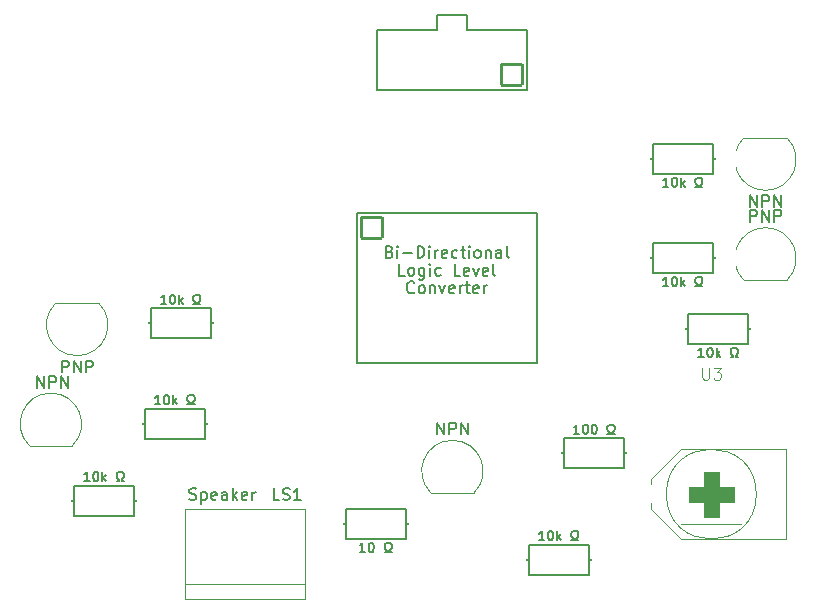
<source format=gbr>
%TF.GenerationSoftware,KiCad,Pcbnew,8.0.3*%
%TF.CreationDate,2024-06-28T12:40:16-06:00*%
%TF.ProjectId,Subsystem SPI Breakout v2,53756273-7973-4746-956d-205350492042,rev?*%
%TF.SameCoordinates,Original*%
%TF.FileFunction,Legend,Top*%
%TF.FilePolarity,Positive*%
%FSLAX46Y46*%
G04 Gerber Fmt 4.6, Leading zero omitted, Abs format (unit mm)*
G04 Created by KiCad (PCBNEW 8.0.3) date 2024-06-28 12:40:16*
%MOMM*%
%LPD*%
G01*
G04 APERTURE LIST*
G04 Aperture macros list*
%AMRoundRect*
0 Rectangle with rounded corners*
0 $1 Rounding radius*
0 $2 $3 $4 $5 $6 $7 $8 $9 X,Y pos of 4 corners*
0 Add a 4 corners polygon primitive as box body*
4,1,4,$2,$3,$4,$5,$6,$7,$8,$9,$2,$3,0*
0 Add four circle primitives for the rounded corners*
1,1,$1+$1,$2,$3*
1,1,$1+$1,$4,$5*
1,1,$1+$1,$6,$7*
1,1,$1+$1,$8,$9*
0 Add four rect primitives between the rounded corners*
20,1,$1+$1,$2,$3,$4,$5,0*
20,1,$1+$1,$4,$5,$6,$7,0*
20,1,$1+$1,$6,$7,$8,$9,0*
20,1,$1+$1,$8,$9,$2,$3,0*%
G04 Aperture macros list end*
%ADD10C,0.150000*%
%ADD11C,0.100000*%
%ADD12C,0.127000*%
%ADD13C,0.120000*%
%ADD14C,2.794000*%
%ADD15C,1.524000*%
%ADD16R,1.524000X1.524000*%
%ADD17C,1.982000*%
%ADD18R,1.050000X1.500000*%
%ADD19O,1.050000X1.500000*%
%ADD20R,3.000000X3.000000*%
%ADD21C,3.000000*%
%ADD22RoundRect,0.102000X-0.889000X-0.889000X0.889000X-0.889000X0.889000X0.889000X-0.889000X0.889000X0*%
%ADD23RoundRect,0.102000X0.889000X0.889000X-0.889000X0.889000X-0.889000X-0.889000X0.889000X-0.889000X0*%
G04 APERTURE END LIST*
D10*
X162281401Y-66441467D02*
X161831457Y-66441467D01*
X162056429Y-66441467D02*
X162056429Y-65654065D01*
X162056429Y-65654065D02*
X161981438Y-65766551D01*
X161981438Y-65766551D02*
X161906448Y-65841542D01*
X161906448Y-65841542D02*
X161831457Y-65879037D01*
X162768841Y-65654065D02*
X162843831Y-65654065D01*
X162843831Y-65654065D02*
X162918822Y-65691560D01*
X162918822Y-65691560D02*
X162956317Y-65729056D01*
X162956317Y-65729056D02*
X162993813Y-65804046D01*
X162993813Y-65804046D02*
X163031308Y-65954028D01*
X163031308Y-65954028D02*
X163031308Y-66141504D01*
X163031308Y-66141504D02*
X162993813Y-66291486D01*
X162993813Y-66291486D02*
X162956317Y-66366476D01*
X162956317Y-66366476D02*
X162918822Y-66403972D01*
X162918822Y-66403972D02*
X162843831Y-66441467D01*
X162843831Y-66441467D02*
X162768841Y-66441467D01*
X162768841Y-66441467D02*
X162693850Y-66403972D01*
X162693850Y-66403972D02*
X162656355Y-66366476D01*
X162656355Y-66366476D02*
X162618859Y-66291486D01*
X162618859Y-66291486D02*
X162581364Y-66141504D01*
X162581364Y-66141504D02*
X162581364Y-65954028D01*
X162581364Y-65954028D02*
X162618859Y-65804046D01*
X162618859Y-65804046D02*
X162656355Y-65729056D01*
X162656355Y-65729056D02*
X162693850Y-65691560D01*
X162693850Y-65691560D02*
X162768841Y-65654065D01*
X163368766Y-66441467D02*
X163368766Y-65654065D01*
X163443757Y-66141504D02*
X163668729Y-66441467D01*
X163668729Y-65916532D02*
X163368766Y-66216495D01*
X164568617Y-66441467D02*
X164756094Y-66441467D01*
X164756094Y-66441467D02*
X164756094Y-66291486D01*
X164756094Y-66291486D02*
X164681103Y-66253990D01*
X164681103Y-66253990D02*
X164606112Y-66179000D01*
X164606112Y-66179000D02*
X164568617Y-66066514D01*
X164568617Y-66066514D02*
X164568617Y-65879037D01*
X164568617Y-65879037D02*
X164606112Y-65766551D01*
X164606112Y-65766551D02*
X164681103Y-65691560D01*
X164681103Y-65691560D02*
X164793589Y-65654065D01*
X164793589Y-65654065D02*
X164943570Y-65654065D01*
X164943570Y-65654065D02*
X165056056Y-65691560D01*
X165056056Y-65691560D02*
X165131047Y-65766551D01*
X165131047Y-65766551D02*
X165168542Y-65879037D01*
X165168542Y-65879037D02*
X165168542Y-66066514D01*
X165168542Y-66066514D02*
X165131047Y-66179000D01*
X165131047Y-66179000D02*
X165056056Y-66253990D01*
X165056056Y-66253990D02*
X164981066Y-66291486D01*
X164981066Y-66291486D02*
X164981066Y-66441467D01*
X164981066Y-66441467D02*
X165168542Y-66441467D01*
X169214286Y-69394819D02*
X169214286Y-68394819D01*
X169214286Y-68394819D02*
X169595238Y-68394819D01*
X169595238Y-68394819D02*
X169690476Y-68442438D01*
X169690476Y-68442438D02*
X169738095Y-68490057D01*
X169738095Y-68490057D02*
X169785714Y-68585295D01*
X169785714Y-68585295D02*
X169785714Y-68728152D01*
X169785714Y-68728152D02*
X169738095Y-68823390D01*
X169738095Y-68823390D02*
X169690476Y-68871009D01*
X169690476Y-68871009D02*
X169595238Y-68918628D01*
X169595238Y-68918628D02*
X169214286Y-68918628D01*
X170214286Y-69394819D02*
X170214286Y-68394819D01*
X170214286Y-68394819D02*
X170785714Y-69394819D01*
X170785714Y-69394819D02*
X170785714Y-68394819D01*
X171261905Y-69394819D02*
X171261905Y-68394819D01*
X171261905Y-68394819D02*
X171642857Y-68394819D01*
X171642857Y-68394819D02*
X171738095Y-68442438D01*
X171738095Y-68442438D02*
X171785714Y-68490057D01*
X171785714Y-68490057D02*
X171833333Y-68585295D01*
X171833333Y-68585295D02*
X171833333Y-68728152D01*
X171833333Y-68728152D02*
X171785714Y-68823390D01*
X171785714Y-68823390D02*
X171738095Y-68871009D01*
X171738095Y-68871009D02*
X171642857Y-68918628D01*
X171642857Y-68918628D02*
X171261905Y-68918628D01*
X142690476Y-87394819D02*
X142690476Y-86394819D01*
X142690476Y-86394819D02*
X143261904Y-87394819D01*
X143261904Y-87394819D02*
X143261904Y-86394819D01*
X143738095Y-87394819D02*
X143738095Y-86394819D01*
X143738095Y-86394819D02*
X144119047Y-86394819D01*
X144119047Y-86394819D02*
X144214285Y-86442438D01*
X144214285Y-86442438D02*
X144261904Y-86490057D01*
X144261904Y-86490057D02*
X144309523Y-86585295D01*
X144309523Y-86585295D02*
X144309523Y-86728152D01*
X144309523Y-86728152D02*
X144261904Y-86823390D01*
X144261904Y-86823390D02*
X144214285Y-86871009D01*
X144214285Y-86871009D02*
X144119047Y-86918628D01*
X144119047Y-86918628D02*
X143738095Y-86918628D01*
X144738095Y-87394819D02*
X144738095Y-86394819D01*
X144738095Y-86394819D02*
X145309523Y-87394819D01*
X145309523Y-87394819D02*
X145309523Y-86394819D01*
X129357142Y-92954819D02*
X128880952Y-92954819D01*
X128880952Y-92954819D02*
X128880952Y-91954819D01*
X129642857Y-92907200D02*
X129785714Y-92954819D01*
X129785714Y-92954819D02*
X130023809Y-92954819D01*
X130023809Y-92954819D02*
X130119047Y-92907200D01*
X130119047Y-92907200D02*
X130166666Y-92859580D01*
X130166666Y-92859580D02*
X130214285Y-92764342D01*
X130214285Y-92764342D02*
X130214285Y-92669104D01*
X130214285Y-92669104D02*
X130166666Y-92573866D01*
X130166666Y-92573866D02*
X130119047Y-92526247D01*
X130119047Y-92526247D02*
X130023809Y-92478628D01*
X130023809Y-92478628D02*
X129833333Y-92431009D01*
X129833333Y-92431009D02*
X129738095Y-92383390D01*
X129738095Y-92383390D02*
X129690476Y-92335771D01*
X129690476Y-92335771D02*
X129642857Y-92240533D01*
X129642857Y-92240533D02*
X129642857Y-92145295D01*
X129642857Y-92145295D02*
X129690476Y-92050057D01*
X129690476Y-92050057D02*
X129738095Y-92002438D01*
X129738095Y-92002438D02*
X129833333Y-91954819D01*
X129833333Y-91954819D02*
X130071428Y-91954819D01*
X130071428Y-91954819D02*
X130214285Y-92002438D01*
X131166666Y-92954819D02*
X130595238Y-92954819D01*
X130880952Y-92954819D02*
X130880952Y-91954819D01*
X130880952Y-91954819D02*
X130785714Y-92097676D01*
X130785714Y-92097676D02*
X130690476Y-92192914D01*
X130690476Y-92192914D02*
X130595238Y-92240533D01*
X121738095Y-92907200D02*
X121880952Y-92954819D01*
X121880952Y-92954819D02*
X122119047Y-92954819D01*
X122119047Y-92954819D02*
X122214285Y-92907200D01*
X122214285Y-92907200D02*
X122261904Y-92859580D01*
X122261904Y-92859580D02*
X122309523Y-92764342D01*
X122309523Y-92764342D02*
X122309523Y-92669104D01*
X122309523Y-92669104D02*
X122261904Y-92573866D01*
X122261904Y-92573866D02*
X122214285Y-92526247D01*
X122214285Y-92526247D02*
X122119047Y-92478628D01*
X122119047Y-92478628D02*
X121928571Y-92431009D01*
X121928571Y-92431009D02*
X121833333Y-92383390D01*
X121833333Y-92383390D02*
X121785714Y-92335771D01*
X121785714Y-92335771D02*
X121738095Y-92240533D01*
X121738095Y-92240533D02*
X121738095Y-92145295D01*
X121738095Y-92145295D02*
X121785714Y-92050057D01*
X121785714Y-92050057D02*
X121833333Y-92002438D01*
X121833333Y-92002438D02*
X121928571Y-91954819D01*
X121928571Y-91954819D02*
X122166666Y-91954819D01*
X122166666Y-91954819D02*
X122309523Y-92002438D01*
X122738095Y-92288152D02*
X122738095Y-93288152D01*
X122738095Y-92335771D02*
X122833333Y-92288152D01*
X122833333Y-92288152D02*
X123023809Y-92288152D01*
X123023809Y-92288152D02*
X123119047Y-92335771D01*
X123119047Y-92335771D02*
X123166666Y-92383390D01*
X123166666Y-92383390D02*
X123214285Y-92478628D01*
X123214285Y-92478628D02*
X123214285Y-92764342D01*
X123214285Y-92764342D02*
X123166666Y-92859580D01*
X123166666Y-92859580D02*
X123119047Y-92907200D01*
X123119047Y-92907200D02*
X123023809Y-92954819D01*
X123023809Y-92954819D02*
X122833333Y-92954819D01*
X122833333Y-92954819D02*
X122738095Y-92907200D01*
X124023809Y-92907200D02*
X123928571Y-92954819D01*
X123928571Y-92954819D02*
X123738095Y-92954819D01*
X123738095Y-92954819D02*
X123642857Y-92907200D01*
X123642857Y-92907200D02*
X123595238Y-92811961D01*
X123595238Y-92811961D02*
X123595238Y-92431009D01*
X123595238Y-92431009D02*
X123642857Y-92335771D01*
X123642857Y-92335771D02*
X123738095Y-92288152D01*
X123738095Y-92288152D02*
X123928571Y-92288152D01*
X123928571Y-92288152D02*
X124023809Y-92335771D01*
X124023809Y-92335771D02*
X124071428Y-92431009D01*
X124071428Y-92431009D02*
X124071428Y-92526247D01*
X124071428Y-92526247D02*
X123595238Y-92621485D01*
X124928571Y-92954819D02*
X124928571Y-92431009D01*
X124928571Y-92431009D02*
X124880952Y-92335771D01*
X124880952Y-92335771D02*
X124785714Y-92288152D01*
X124785714Y-92288152D02*
X124595238Y-92288152D01*
X124595238Y-92288152D02*
X124500000Y-92335771D01*
X124928571Y-92907200D02*
X124833333Y-92954819D01*
X124833333Y-92954819D02*
X124595238Y-92954819D01*
X124595238Y-92954819D02*
X124500000Y-92907200D01*
X124500000Y-92907200D02*
X124452381Y-92811961D01*
X124452381Y-92811961D02*
X124452381Y-92716723D01*
X124452381Y-92716723D02*
X124500000Y-92621485D01*
X124500000Y-92621485D02*
X124595238Y-92573866D01*
X124595238Y-92573866D02*
X124833333Y-92573866D01*
X124833333Y-92573866D02*
X124928571Y-92526247D01*
X125404762Y-92954819D02*
X125404762Y-91954819D01*
X125500000Y-92573866D02*
X125785714Y-92954819D01*
X125785714Y-92288152D02*
X125404762Y-92669104D01*
X126595238Y-92907200D02*
X126500000Y-92954819D01*
X126500000Y-92954819D02*
X126309524Y-92954819D01*
X126309524Y-92954819D02*
X126214286Y-92907200D01*
X126214286Y-92907200D02*
X126166667Y-92811961D01*
X126166667Y-92811961D02*
X126166667Y-92431009D01*
X126166667Y-92431009D02*
X126214286Y-92335771D01*
X126214286Y-92335771D02*
X126309524Y-92288152D01*
X126309524Y-92288152D02*
X126500000Y-92288152D01*
X126500000Y-92288152D02*
X126595238Y-92335771D01*
X126595238Y-92335771D02*
X126642857Y-92431009D01*
X126642857Y-92431009D02*
X126642857Y-92526247D01*
X126642857Y-92526247D02*
X126166667Y-92621485D01*
X127071429Y-92954819D02*
X127071429Y-92288152D01*
X127071429Y-92478628D02*
X127119048Y-92383390D01*
X127119048Y-92383390D02*
X127166667Y-92335771D01*
X127166667Y-92335771D02*
X127261905Y-92288152D01*
X127261905Y-92288152D02*
X127357143Y-92288152D01*
X136600112Y-97356467D02*
X136150168Y-97356467D01*
X136375140Y-97356467D02*
X136375140Y-96569065D01*
X136375140Y-96569065D02*
X136300149Y-96681551D01*
X136300149Y-96681551D02*
X136225159Y-96756542D01*
X136225159Y-96756542D02*
X136150168Y-96794037D01*
X137087552Y-96569065D02*
X137162542Y-96569065D01*
X137162542Y-96569065D02*
X137237533Y-96606560D01*
X137237533Y-96606560D02*
X137275028Y-96644056D01*
X137275028Y-96644056D02*
X137312524Y-96719046D01*
X137312524Y-96719046D02*
X137350019Y-96869028D01*
X137350019Y-96869028D02*
X137350019Y-97056504D01*
X137350019Y-97056504D02*
X137312524Y-97206486D01*
X137312524Y-97206486D02*
X137275028Y-97281476D01*
X137275028Y-97281476D02*
X137237533Y-97318972D01*
X137237533Y-97318972D02*
X137162542Y-97356467D01*
X137162542Y-97356467D02*
X137087552Y-97356467D01*
X137087552Y-97356467D02*
X137012561Y-97318972D01*
X137012561Y-97318972D02*
X136975066Y-97281476D01*
X136975066Y-97281476D02*
X136937570Y-97206486D01*
X136937570Y-97206486D02*
X136900075Y-97056504D01*
X136900075Y-97056504D02*
X136900075Y-96869028D01*
X136900075Y-96869028D02*
X136937570Y-96719046D01*
X136937570Y-96719046D02*
X136975066Y-96644056D01*
X136975066Y-96644056D02*
X137012561Y-96606560D01*
X137012561Y-96606560D02*
X137087552Y-96569065D01*
X138249907Y-97356467D02*
X138437384Y-97356467D01*
X138437384Y-97356467D02*
X138437384Y-97206486D01*
X138437384Y-97206486D02*
X138362393Y-97168990D01*
X138362393Y-97168990D02*
X138287402Y-97094000D01*
X138287402Y-97094000D02*
X138249907Y-96981514D01*
X138249907Y-96981514D02*
X138249907Y-96794037D01*
X138249907Y-96794037D02*
X138287402Y-96681551D01*
X138287402Y-96681551D02*
X138362393Y-96606560D01*
X138362393Y-96606560D02*
X138474879Y-96569065D01*
X138474879Y-96569065D02*
X138624860Y-96569065D01*
X138624860Y-96569065D02*
X138737346Y-96606560D01*
X138737346Y-96606560D02*
X138812337Y-96681551D01*
X138812337Y-96681551D02*
X138849832Y-96794037D01*
X138849832Y-96794037D02*
X138849832Y-96981514D01*
X138849832Y-96981514D02*
X138812337Y-97094000D01*
X138812337Y-97094000D02*
X138737346Y-97168990D01*
X138737346Y-97168990D02*
X138662356Y-97206486D01*
X138662356Y-97206486D02*
X138662356Y-97356467D01*
X138662356Y-97356467D02*
X138849832Y-97356467D01*
X119281401Y-84856467D02*
X118831457Y-84856467D01*
X119056429Y-84856467D02*
X119056429Y-84069065D01*
X119056429Y-84069065D02*
X118981438Y-84181551D01*
X118981438Y-84181551D02*
X118906448Y-84256542D01*
X118906448Y-84256542D02*
X118831457Y-84294037D01*
X119768841Y-84069065D02*
X119843831Y-84069065D01*
X119843831Y-84069065D02*
X119918822Y-84106560D01*
X119918822Y-84106560D02*
X119956317Y-84144056D01*
X119956317Y-84144056D02*
X119993813Y-84219046D01*
X119993813Y-84219046D02*
X120031308Y-84369028D01*
X120031308Y-84369028D02*
X120031308Y-84556504D01*
X120031308Y-84556504D02*
X119993813Y-84706486D01*
X119993813Y-84706486D02*
X119956317Y-84781476D01*
X119956317Y-84781476D02*
X119918822Y-84818972D01*
X119918822Y-84818972D02*
X119843831Y-84856467D01*
X119843831Y-84856467D02*
X119768841Y-84856467D01*
X119768841Y-84856467D02*
X119693850Y-84818972D01*
X119693850Y-84818972D02*
X119656355Y-84781476D01*
X119656355Y-84781476D02*
X119618859Y-84706486D01*
X119618859Y-84706486D02*
X119581364Y-84556504D01*
X119581364Y-84556504D02*
X119581364Y-84369028D01*
X119581364Y-84369028D02*
X119618859Y-84219046D01*
X119618859Y-84219046D02*
X119656355Y-84144056D01*
X119656355Y-84144056D02*
X119693850Y-84106560D01*
X119693850Y-84106560D02*
X119768841Y-84069065D01*
X120368766Y-84856467D02*
X120368766Y-84069065D01*
X120443757Y-84556504D02*
X120668729Y-84856467D01*
X120668729Y-84331532D02*
X120368766Y-84631495D01*
X121568617Y-84856467D02*
X121756094Y-84856467D01*
X121756094Y-84856467D02*
X121756094Y-84706486D01*
X121756094Y-84706486D02*
X121681103Y-84668990D01*
X121681103Y-84668990D02*
X121606112Y-84594000D01*
X121606112Y-84594000D02*
X121568617Y-84481514D01*
X121568617Y-84481514D02*
X121568617Y-84294037D01*
X121568617Y-84294037D02*
X121606112Y-84181551D01*
X121606112Y-84181551D02*
X121681103Y-84106560D01*
X121681103Y-84106560D02*
X121793589Y-84069065D01*
X121793589Y-84069065D02*
X121943570Y-84069065D01*
X121943570Y-84069065D02*
X122056056Y-84106560D01*
X122056056Y-84106560D02*
X122131047Y-84181551D01*
X122131047Y-84181551D02*
X122168542Y-84294037D01*
X122168542Y-84294037D02*
X122168542Y-84481514D01*
X122168542Y-84481514D02*
X122131047Y-84594000D01*
X122131047Y-84594000D02*
X122056056Y-84668990D01*
X122056056Y-84668990D02*
X121981066Y-84706486D01*
X121981066Y-84706486D02*
X121981066Y-84856467D01*
X121981066Y-84856467D02*
X122168542Y-84856467D01*
X113281401Y-91356467D02*
X112831457Y-91356467D01*
X113056429Y-91356467D02*
X113056429Y-90569065D01*
X113056429Y-90569065D02*
X112981438Y-90681551D01*
X112981438Y-90681551D02*
X112906448Y-90756542D01*
X112906448Y-90756542D02*
X112831457Y-90794037D01*
X113768841Y-90569065D02*
X113843831Y-90569065D01*
X113843831Y-90569065D02*
X113918822Y-90606560D01*
X113918822Y-90606560D02*
X113956317Y-90644056D01*
X113956317Y-90644056D02*
X113993813Y-90719046D01*
X113993813Y-90719046D02*
X114031308Y-90869028D01*
X114031308Y-90869028D02*
X114031308Y-91056504D01*
X114031308Y-91056504D02*
X113993813Y-91206486D01*
X113993813Y-91206486D02*
X113956317Y-91281476D01*
X113956317Y-91281476D02*
X113918822Y-91318972D01*
X113918822Y-91318972D02*
X113843831Y-91356467D01*
X113843831Y-91356467D02*
X113768841Y-91356467D01*
X113768841Y-91356467D02*
X113693850Y-91318972D01*
X113693850Y-91318972D02*
X113656355Y-91281476D01*
X113656355Y-91281476D02*
X113618859Y-91206486D01*
X113618859Y-91206486D02*
X113581364Y-91056504D01*
X113581364Y-91056504D02*
X113581364Y-90869028D01*
X113581364Y-90869028D02*
X113618859Y-90719046D01*
X113618859Y-90719046D02*
X113656355Y-90644056D01*
X113656355Y-90644056D02*
X113693850Y-90606560D01*
X113693850Y-90606560D02*
X113768841Y-90569065D01*
X114368766Y-91356467D02*
X114368766Y-90569065D01*
X114443757Y-91056504D02*
X114668729Y-91356467D01*
X114668729Y-90831532D02*
X114368766Y-91131495D01*
X115568617Y-91356467D02*
X115756094Y-91356467D01*
X115756094Y-91356467D02*
X115756094Y-91206486D01*
X115756094Y-91206486D02*
X115681103Y-91168990D01*
X115681103Y-91168990D02*
X115606112Y-91094000D01*
X115606112Y-91094000D02*
X115568617Y-90981514D01*
X115568617Y-90981514D02*
X115568617Y-90794037D01*
X115568617Y-90794037D02*
X115606112Y-90681551D01*
X115606112Y-90681551D02*
X115681103Y-90606560D01*
X115681103Y-90606560D02*
X115793589Y-90569065D01*
X115793589Y-90569065D02*
X115943570Y-90569065D01*
X115943570Y-90569065D02*
X116056056Y-90606560D01*
X116056056Y-90606560D02*
X116131047Y-90681551D01*
X116131047Y-90681551D02*
X116168542Y-90794037D01*
X116168542Y-90794037D02*
X116168542Y-90981514D01*
X116168542Y-90981514D02*
X116131047Y-91094000D01*
X116131047Y-91094000D02*
X116056056Y-91168990D01*
X116056056Y-91168990D02*
X115981066Y-91206486D01*
X115981066Y-91206486D02*
X115981066Y-91356467D01*
X115981066Y-91356467D02*
X116168542Y-91356467D01*
X154725158Y-87356467D02*
X154275214Y-87356467D01*
X154500186Y-87356467D02*
X154500186Y-86569065D01*
X154500186Y-86569065D02*
X154425195Y-86681551D01*
X154425195Y-86681551D02*
X154350205Y-86756542D01*
X154350205Y-86756542D02*
X154275214Y-86794037D01*
X155212598Y-86569065D02*
X155287588Y-86569065D01*
X155287588Y-86569065D02*
X155362579Y-86606560D01*
X155362579Y-86606560D02*
X155400074Y-86644056D01*
X155400074Y-86644056D02*
X155437570Y-86719046D01*
X155437570Y-86719046D02*
X155475065Y-86869028D01*
X155475065Y-86869028D02*
X155475065Y-87056504D01*
X155475065Y-87056504D02*
X155437570Y-87206486D01*
X155437570Y-87206486D02*
X155400074Y-87281476D01*
X155400074Y-87281476D02*
X155362579Y-87318972D01*
X155362579Y-87318972D02*
X155287588Y-87356467D01*
X155287588Y-87356467D02*
X155212598Y-87356467D01*
X155212598Y-87356467D02*
X155137607Y-87318972D01*
X155137607Y-87318972D02*
X155100112Y-87281476D01*
X155100112Y-87281476D02*
X155062616Y-87206486D01*
X155062616Y-87206486D02*
X155025121Y-87056504D01*
X155025121Y-87056504D02*
X155025121Y-86869028D01*
X155025121Y-86869028D02*
X155062616Y-86719046D01*
X155062616Y-86719046D02*
X155100112Y-86644056D01*
X155100112Y-86644056D02*
X155137607Y-86606560D01*
X155137607Y-86606560D02*
X155212598Y-86569065D01*
X155962505Y-86569065D02*
X156037495Y-86569065D01*
X156037495Y-86569065D02*
X156112486Y-86606560D01*
X156112486Y-86606560D02*
X156149981Y-86644056D01*
X156149981Y-86644056D02*
X156187477Y-86719046D01*
X156187477Y-86719046D02*
X156224972Y-86869028D01*
X156224972Y-86869028D02*
X156224972Y-87056504D01*
X156224972Y-87056504D02*
X156187477Y-87206486D01*
X156187477Y-87206486D02*
X156149981Y-87281476D01*
X156149981Y-87281476D02*
X156112486Y-87318972D01*
X156112486Y-87318972D02*
X156037495Y-87356467D01*
X156037495Y-87356467D02*
X155962505Y-87356467D01*
X155962505Y-87356467D02*
X155887514Y-87318972D01*
X155887514Y-87318972D02*
X155850019Y-87281476D01*
X155850019Y-87281476D02*
X155812523Y-87206486D01*
X155812523Y-87206486D02*
X155775028Y-87056504D01*
X155775028Y-87056504D02*
X155775028Y-86869028D01*
X155775028Y-86869028D02*
X155812523Y-86719046D01*
X155812523Y-86719046D02*
X155850019Y-86644056D01*
X155850019Y-86644056D02*
X155887514Y-86606560D01*
X155887514Y-86606560D02*
X155962505Y-86569065D01*
X157124860Y-87356467D02*
X157312337Y-87356467D01*
X157312337Y-87356467D02*
X157312337Y-87206486D01*
X157312337Y-87206486D02*
X157237346Y-87168990D01*
X157237346Y-87168990D02*
X157162355Y-87094000D01*
X157162355Y-87094000D02*
X157124860Y-86981514D01*
X157124860Y-86981514D02*
X157124860Y-86794037D01*
X157124860Y-86794037D02*
X157162355Y-86681551D01*
X157162355Y-86681551D02*
X157237346Y-86606560D01*
X157237346Y-86606560D02*
X157349832Y-86569065D01*
X157349832Y-86569065D02*
X157499813Y-86569065D01*
X157499813Y-86569065D02*
X157612299Y-86606560D01*
X157612299Y-86606560D02*
X157687290Y-86681551D01*
X157687290Y-86681551D02*
X157724785Y-86794037D01*
X157724785Y-86794037D02*
X157724785Y-86981514D01*
X157724785Y-86981514D02*
X157687290Y-87094000D01*
X157687290Y-87094000D02*
X157612299Y-87168990D01*
X157612299Y-87168990D02*
X157537309Y-87206486D01*
X157537309Y-87206486D02*
X157537309Y-87356467D01*
X157537309Y-87356467D02*
X157724785Y-87356467D01*
X138666666Y-71931009D02*
X138809523Y-71978628D01*
X138809523Y-71978628D02*
X138857142Y-72026247D01*
X138857142Y-72026247D02*
X138904761Y-72121485D01*
X138904761Y-72121485D02*
X138904761Y-72264342D01*
X138904761Y-72264342D02*
X138857142Y-72359580D01*
X138857142Y-72359580D02*
X138809523Y-72407200D01*
X138809523Y-72407200D02*
X138714285Y-72454819D01*
X138714285Y-72454819D02*
X138333333Y-72454819D01*
X138333333Y-72454819D02*
X138333333Y-71454819D01*
X138333333Y-71454819D02*
X138666666Y-71454819D01*
X138666666Y-71454819D02*
X138761904Y-71502438D01*
X138761904Y-71502438D02*
X138809523Y-71550057D01*
X138809523Y-71550057D02*
X138857142Y-71645295D01*
X138857142Y-71645295D02*
X138857142Y-71740533D01*
X138857142Y-71740533D02*
X138809523Y-71835771D01*
X138809523Y-71835771D02*
X138761904Y-71883390D01*
X138761904Y-71883390D02*
X138666666Y-71931009D01*
X138666666Y-71931009D02*
X138333333Y-71931009D01*
X139333333Y-72454819D02*
X139333333Y-71788152D01*
X139333333Y-71454819D02*
X139285714Y-71502438D01*
X139285714Y-71502438D02*
X139333333Y-71550057D01*
X139333333Y-71550057D02*
X139380952Y-71502438D01*
X139380952Y-71502438D02*
X139333333Y-71454819D01*
X139333333Y-71454819D02*
X139333333Y-71550057D01*
X139809523Y-72073866D02*
X140571428Y-72073866D01*
X141047618Y-72454819D02*
X141047618Y-71454819D01*
X141047618Y-71454819D02*
X141285713Y-71454819D01*
X141285713Y-71454819D02*
X141428570Y-71502438D01*
X141428570Y-71502438D02*
X141523808Y-71597676D01*
X141523808Y-71597676D02*
X141571427Y-71692914D01*
X141571427Y-71692914D02*
X141619046Y-71883390D01*
X141619046Y-71883390D02*
X141619046Y-72026247D01*
X141619046Y-72026247D02*
X141571427Y-72216723D01*
X141571427Y-72216723D02*
X141523808Y-72311961D01*
X141523808Y-72311961D02*
X141428570Y-72407200D01*
X141428570Y-72407200D02*
X141285713Y-72454819D01*
X141285713Y-72454819D02*
X141047618Y-72454819D01*
X142047618Y-72454819D02*
X142047618Y-71788152D01*
X142047618Y-71454819D02*
X141999999Y-71502438D01*
X141999999Y-71502438D02*
X142047618Y-71550057D01*
X142047618Y-71550057D02*
X142095237Y-71502438D01*
X142095237Y-71502438D02*
X142047618Y-71454819D01*
X142047618Y-71454819D02*
X142047618Y-71550057D01*
X142523808Y-72454819D02*
X142523808Y-71788152D01*
X142523808Y-71978628D02*
X142571427Y-71883390D01*
X142571427Y-71883390D02*
X142619046Y-71835771D01*
X142619046Y-71835771D02*
X142714284Y-71788152D01*
X142714284Y-71788152D02*
X142809522Y-71788152D01*
X143523808Y-72407200D02*
X143428570Y-72454819D01*
X143428570Y-72454819D02*
X143238094Y-72454819D01*
X143238094Y-72454819D02*
X143142856Y-72407200D01*
X143142856Y-72407200D02*
X143095237Y-72311961D01*
X143095237Y-72311961D02*
X143095237Y-71931009D01*
X143095237Y-71931009D02*
X143142856Y-71835771D01*
X143142856Y-71835771D02*
X143238094Y-71788152D01*
X143238094Y-71788152D02*
X143428570Y-71788152D01*
X143428570Y-71788152D02*
X143523808Y-71835771D01*
X143523808Y-71835771D02*
X143571427Y-71931009D01*
X143571427Y-71931009D02*
X143571427Y-72026247D01*
X143571427Y-72026247D02*
X143095237Y-72121485D01*
X144428570Y-72407200D02*
X144333332Y-72454819D01*
X144333332Y-72454819D02*
X144142856Y-72454819D01*
X144142856Y-72454819D02*
X144047618Y-72407200D01*
X144047618Y-72407200D02*
X143999999Y-72359580D01*
X143999999Y-72359580D02*
X143952380Y-72264342D01*
X143952380Y-72264342D02*
X143952380Y-71978628D01*
X143952380Y-71978628D02*
X143999999Y-71883390D01*
X143999999Y-71883390D02*
X144047618Y-71835771D01*
X144047618Y-71835771D02*
X144142856Y-71788152D01*
X144142856Y-71788152D02*
X144333332Y-71788152D01*
X144333332Y-71788152D02*
X144428570Y-71835771D01*
X144714285Y-71788152D02*
X145095237Y-71788152D01*
X144857142Y-71454819D02*
X144857142Y-72311961D01*
X144857142Y-72311961D02*
X144904761Y-72407200D01*
X144904761Y-72407200D02*
X144999999Y-72454819D01*
X144999999Y-72454819D02*
X145095237Y-72454819D01*
X145428571Y-72454819D02*
X145428571Y-71788152D01*
X145428571Y-71454819D02*
X145380952Y-71502438D01*
X145380952Y-71502438D02*
X145428571Y-71550057D01*
X145428571Y-71550057D02*
X145476190Y-71502438D01*
X145476190Y-71502438D02*
X145428571Y-71454819D01*
X145428571Y-71454819D02*
X145428571Y-71550057D01*
X146047618Y-72454819D02*
X145952380Y-72407200D01*
X145952380Y-72407200D02*
X145904761Y-72359580D01*
X145904761Y-72359580D02*
X145857142Y-72264342D01*
X145857142Y-72264342D02*
X145857142Y-71978628D01*
X145857142Y-71978628D02*
X145904761Y-71883390D01*
X145904761Y-71883390D02*
X145952380Y-71835771D01*
X145952380Y-71835771D02*
X146047618Y-71788152D01*
X146047618Y-71788152D02*
X146190475Y-71788152D01*
X146190475Y-71788152D02*
X146285713Y-71835771D01*
X146285713Y-71835771D02*
X146333332Y-71883390D01*
X146333332Y-71883390D02*
X146380951Y-71978628D01*
X146380951Y-71978628D02*
X146380951Y-72264342D01*
X146380951Y-72264342D02*
X146333332Y-72359580D01*
X146333332Y-72359580D02*
X146285713Y-72407200D01*
X146285713Y-72407200D02*
X146190475Y-72454819D01*
X146190475Y-72454819D02*
X146047618Y-72454819D01*
X146809523Y-71788152D02*
X146809523Y-72454819D01*
X146809523Y-71883390D02*
X146857142Y-71835771D01*
X146857142Y-71835771D02*
X146952380Y-71788152D01*
X146952380Y-71788152D02*
X147095237Y-71788152D01*
X147095237Y-71788152D02*
X147190475Y-71835771D01*
X147190475Y-71835771D02*
X147238094Y-71931009D01*
X147238094Y-71931009D02*
X147238094Y-72454819D01*
X148142856Y-72454819D02*
X148142856Y-71931009D01*
X148142856Y-71931009D02*
X148095237Y-71835771D01*
X148095237Y-71835771D02*
X147999999Y-71788152D01*
X147999999Y-71788152D02*
X147809523Y-71788152D01*
X147809523Y-71788152D02*
X147714285Y-71835771D01*
X148142856Y-72407200D02*
X148047618Y-72454819D01*
X148047618Y-72454819D02*
X147809523Y-72454819D01*
X147809523Y-72454819D02*
X147714285Y-72407200D01*
X147714285Y-72407200D02*
X147666666Y-72311961D01*
X147666666Y-72311961D02*
X147666666Y-72216723D01*
X147666666Y-72216723D02*
X147714285Y-72121485D01*
X147714285Y-72121485D02*
X147809523Y-72073866D01*
X147809523Y-72073866D02*
X148047618Y-72073866D01*
X148047618Y-72073866D02*
X148142856Y-72026247D01*
X148761904Y-72454819D02*
X148666666Y-72407200D01*
X148666666Y-72407200D02*
X148619047Y-72311961D01*
X148619047Y-72311961D02*
X148619047Y-71454819D01*
X140761903Y-75359580D02*
X140714284Y-75407200D01*
X140714284Y-75407200D02*
X140571427Y-75454819D01*
X140571427Y-75454819D02*
X140476189Y-75454819D01*
X140476189Y-75454819D02*
X140333332Y-75407200D01*
X140333332Y-75407200D02*
X140238094Y-75311961D01*
X140238094Y-75311961D02*
X140190475Y-75216723D01*
X140190475Y-75216723D02*
X140142856Y-75026247D01*
X140142856Y-75026247D02*
X140142856Y-74883390D01*
X140142856Y-74883390D02*
X140190475Y-74692914D01*
X140190475Y-74692914D02*
X140238094Y-74597676D01*
X140238094Y-74597676D02*
X140333332Y-74502438D01*
X140333332Y-74502438D02*
X140476189Y-74454819D01*
X140476189Y-74454819D02*
X140571427Y-74454819D01*
X140571427Y-74454819D02*
X140714284Y-74502438D01*
X140714284Y-74502438D02*
X140761903Y-74550057D01*
X141333332Y-75454819D02*
X141238094Y-75407200D01*
X141238094Y-75407200D02*
X141190475Y-75359580D01*
X141190475Y-75359580D02*
X141142856Y-75264342D01*
X141142856Y-75264342D02*
X141142856Y-74978628D01*
X141142856Y-74978628D02*
X141190475Y-74883390D01*
X141190475Y-74883390D02*
X141238094Y-74835771D01*
X141238094Y-74835771D02*
X141333332Y-74788152D01*
X141333332Y-74788152D02*
X141476189Y-74788152D01*
X141476189Y-74788152D02*
X141571427Y-74835771D01*
X141571427Y-74835771D02*
X141619046Y-74883390D01*
X141619046Y-74883390D02*
X141666665Y-74978628D01*
X141666665Y-74978628D02*
X141666665Y-75264342D01*
X141666665Y-75264342D02*
X141619046Y-75359580D01*
X141619046Y-75359580D02*
X141571427Y-75407200D01*
X141571427Y-75407200D02*
X141476189Y-75454819D01*
X141476189Y-75454819D02*
X141333332Y-75454819D01*
X142095237Y-74788152D02*
X142095237Y-75454819D01*
X142095237Y-74883390D02*
X142142856Y-74835771D01*
X142142856Y-74835771D02*
X142238094Y-74788152D01*
X142238094Y-74788152D02*
X142380951Y-74788152D01*
X142380951Y-74788152D02*
X142476189Y-74835771D01*
X142476189Y-74835771D02*
X142523808Y-74931009D01*
X142523808Y-74931009D02*
X142523808Y-75454819D01*
X142904761Y-74788152D02*
X143142856Y-75454819D01*
X143142856Y-75454819D02*
X143380951Y-74788152D01*
X144142856Y-75407200D02*
X144047618Y-75454819D01*
X144047618Y-75454819D02*
X143857142Y-75454819D01*
X143857142Y-75454819D02*
X143761904Y-75407200D01*
X143761904Y-75407200D02*
X143714285Y-75311961D01*
X143714285Y-75311961D02*
X143714285Y-74931009D01*
X143714285Y-74931009D02*
X143761904Y-74835771D01*
X143761904Y-74835771D02*
X143857142Y-74788152D01*
X143857142Y-74788152D02*
X144047618Y-74788152D01*
X144047618Y-74788152D02*
X144142856Y-74835771D01*
X144142856Y-74835771D02*
X144190475Y-74931009D01*
X144190475Y-74931009D02*
X144190475Y-75026247D01*
X144190475Y-75026247D02*
X143714285Y-75121485D01*
X144619047Y-75454819D02*
X144619047Y-74788152D01*
X144619047Y-74978628D02*
X144666666Y-74883390D01*
X144666666Y-74883390D02*
X144714285Y-74835771D01*
X144714285Y-74835771D02*
X144809523Y-74788152D01*
X144809523Y-74788152D02*
X144904761Y-74788152D01*
X145095238Y-74788152D02*
X145476190Y-74788152D01*
X145238095Y-74454819D02*
X145238095Y-75311961D01*
X145238095Y-75311961D02*
X145285714Y-75407200D01*
X145285714Y-75407200D02*
X145380952Y-75454819D01*
X145380952Y-75454819D02*
X145476190Y-75454819D01*
X146190476Y-75407200D02*
X146095238Y-75454819D01*
X146095238Y-75454819D02*
X145904762Y-75454819D01*
X145904762Y-75454819D02*
X145809524Y-75407200D01*
X145809524Y-75407200D02*
X145761905Y-75311961D01*
X145761905Y-75311961D02*
X145761905Y-74931009D01*
X145761905Y-74931009D02*
X145809524Y-74835771D01*
X145809524Y-74835771D02*
X145904762Y-74788152D01*
X145904762Y-74788152D02*
X146095238Y-74788152D01*
X146095238Y-74788152D02*
X146190476Y-74835771D01*
X146190476Y-74835771D02*
X146238095Y-74931009D01*
X146238095Y-74931009D02*
X146238095Y-75026247D01*
X146238095Y-75026247D02*
X145761905Y-75121485D01*
X146666667Y-75454819D02*
X146666667Y-74788152D01*
X146666667Y-74978628D02*
X146714286Y-74883390D01*
X146714286Y-74883390D02*
X146761905Y-74835771D01*
X146761905Y-74835771D02*
X146857143Y-74788152D01*
X146857143Y-74788152D02*
X146952381Y-74788152D01*
X139952380Y-73954819D02*
X139476190Y-73954819D01*
X139476190Y-73954819D02*
X139476190Y-72954819D01*
X140428571Y-73954819D02*
X140333333Y-73907200D01*
X140333333Y-73907200D02*
X140285714Y-73859580D01*
X140285714Y-73859580D02*
X140238095Y-73764342D01*
X140238095Y-73764342D02*
X140238095Y-73478628D01*
X140238095Y-73478628D02*
X140285714Y-73383390D01*
X140285714Y-73383390D02*
X140333333Y-73335771D01*
X140333333Y-73335771D02*
X140428571Y-73288152D01*
X140428571Y-73288152D02*
X140571428Y-73288152D01*
X140571428Y-73288152D02*
X140666666Y-73335771D01*
X140666666Y-73335771D02*
X140714285Y-73383390D01*
X140714285Y-73383390D02*
X140761904Y-73478628D01*
X140761904Y-73478628D02*
X140761904Y-73764342D01*
X140761904Y-73764342D02*
X140714285Y-73859580D01*
X140714285Y-73859580D02*
X140666666Y-73907200D01*
X140666666Y-73907200D02*
X140571428Y-73954819D01*
X140571428Y-73954819D02*
X140428571Y-73954819D01*
X141619047Y-73288152D02*
X141619047Y-74097676D01*
X141619047Y-74097676D02*
X141571428Y-74192914D01*
X141571428Y-74192914D02*
X141523809Y-74240533D01*
X141523809Y-74240533D02*
X141428571Y-74288152D01*
X141428571Y-74288152D02*
X141285714Y-74288152D01*
X141285714Y-74288152D02*
X141190476Y-74240533D01*
X141619047Y-73907200D02*
X141523809Y-73954819D01*
X141523809Y-73954819D02*
X141333333Y-73954819D01*
X141333333Y-73954819D02*
X141238095Y-73907200D01*
X141238095Y-73907200D02*
X141190476Y-73859580D01*
X141190476Y-73859580D02*
X141142857Y-73764342D01*
X141142857Y-73764342D02*
X141142857Y-73478628D01*
X141142857Y-73478628D02*
X141190476Y-73383390D01*
X141190476Y-73383390D02*
X141238095Y-73335771D01*
X141238095Y-73335771D02*
X141333333Y-73288152D01*
X141333333Y-73288152D02*
X141523809Y-73288152D01*
X141523809Y-73288152D02*
X141619047Y-73335771D01*
X142095238Y-73954819D02*
X142095238Y-73288152D01*
X142095238Y-72954819D02*
X142047619Y-73002438D01*
X142047619Y-73002438D02*
X142095238Y-73050057D01*
X142095238Y-73050057D02*
X142142857Y-73002438D01*
X142142857Y-73002438D02*
X142095238Y-72954819D01*
X142095238Y-72954819D02*
X142095238Y-73050057D01*
X142999999Y-73907200D02*
X142904761Y-73954819D01*
X142904761Y-73954819D02*
X142714285Y-73954819D01*
X142714285Y-73954819D02*
X142619047Y-73907200D01*
X142619047Y-73907200D02*
X142571428Y-73859580D01*
X142571428Y-73859580D02*
X142523809Y-73764342D01*
X142523809Y-73764342D02*
X142523809Y-73478628D01*
X142523809Y-73478628D02*
X142571428Y-73383390D01*
X142571428Y-73383390D02*
X142619047Y-73335771D01*
X142619047Y-73335771D02*
X142714285Y-73288152D01*
X142714285Y-73288152D02*
X142904761Y-73288152D01*
X142904761Y-73288152D02*
X142999999Y-73335771D01*
X144666666Y-73954819D02*
X144190476Y-73954819D01*
X144190476Y-73954819D02*
X144190476Y-72954819D01*
X145380952Y-73907200D02*
X145285714Y-73954819D01*
X145285714Y-73954819D02*
X145095238Y-73954819D01*
X145095238Y-73954819D02*
X145000000Y-73907200D01*
X145000000Y-73907200D02*
X144952381Y-73811961D01*
X144952381Y-73811961D02*
X144952381Y-73431009D01*
X144952381Y-73431009D02*
X145000000Y-73335771D01*
X145000000Y-73335771D02*
X145095238Y-73288152D01*
X145095238Y-73288152D02*
X145285714Y-73288152D01*
X145285714Y-73288152D02*
X145380952Y-73335771D01*
X145380952Y-73335771D02*
X145428571Y-73431009D01*
X145428571Y-73431009D02*
X145428571Y-73526247D01*
X145428571Y-73526247D02*
X144952381Y-73621485D01*
X145761905Y-73288152D02*
X146000000Y-73954819D01*
X146000000Y-73954819D02*
X146238095Y-73288152D01*
X147000000Y-73907200D02*
X146904762Y-73954819D01*
X146904762Y-73954819D02*
X146714286Y-73954819D01*
X146714286Y-73954819D02*
X146619048Y-73907200D01*
X146619048Y-73907200D02*
X146571429Y-73811961D01*
X146571429Y-73811961D02*
X146571429Y-73431009D01*
X146571429Y-73431009D02*
X146619048Y-73335771D01*
X146619048Y-73335771D02*
X146714286Y-73288152D01*
X146714286Y-73288152D02*
X146904762Y-73288152D01*
X146904762Y-73288152D02*
X147000000Y-73335771D01*
X147000000Y-73335771D02*
X147047619Y-73431009D01*
X147047619Y-73431009D02*
X147047619Y-73526247D01*
X147047619Y-73526247D02*
X146571429Y-73621485D01*
X147619048Y-73954819D02*
X147523810Y-73907200D01*
X147523810Y-73907200D02*
X147476191Y-73811961D01*
X147476191Y-73811961D02*
X147476191Y-72954819D01*
X165281401Y-80856467D02*
X164831457Y-80856467D01*
X165056429Y-80856467D02*
X165056429Y-80069065D01*
X165056429Y-80069065D02*
X164981438Y-80181551D01*
X164981438Y-80181551D02*
X164906448Y-80256542D01*
X164906448Y-80256542D02*
X164831457Y-80294037D01*
X165768841Y-80069065D02*
X165843831Y-80069065D01*
X165843831Y-80069065D02*
X165918822Y-80106560D01*
X165918822Y-80106560D02*
X165956317Y-80144056D01*
X165956317Y-80144056D02*
X165993813Y-80219046D01*
X165993813Y-80219046D02*
X166031308Y-80369028D01*
X166031308Y-80369028D02*
X166031308Y-80556504D01*
X166031308Y-80556504D02*
X165993813Y-80706486D01*
X165993813Y-80706486D02*
X165956317Y-80781476D01*
X165956317Y-80781476D02*
X165918822Y-80818972D01*
X165918822Y-80818972D02*
X165843831Y-80856467D01*
X165843831Y-80856467D02*
X165768841Y-80856467D01*
X165768841Y-80856467D02*
X165693850Y-80818972D01*
X165693850Y-80818972D02*
X165656355Y-80781476D01*
X165656355Y-80781476D02*
X165618859Y-80706486D01*
X165618859Y-80706486D02*
X165581364Y-80556504D01*
X165581364Y-80556504D02*
X165581364Y-80369028D01*
X165581364Y-80369028D02*
X165618859Y-80219046D01*
X165618859Y-80219046D02*
X165656355Y-80144056D01*
X165656355Y-80144056D02*
X165693850Y-80106560D01*
X165693850Y-80106560D02*
X165768841Y-80069065D01*
X166368766Y-80856467D02*
X166368766Y-80069065D01*
X166443757Y-80556504D02*
X166668729Y-80856467D01*
X166668729Y-80331532D02*
X166368766Y-80631495D01*
X167568617Y-80856467D02*
X167756094Y-80856467D01*
X167756094Y-80856467D02*
X167756094Y-80706486D01*
X167756094Y-80706486D02*
X167681103Y-80668990D01*
X167681103Y-80668990D02*
X167606112Y-80594000D01*
X167606112Y-80594000D02*
X167568617Y-80481514D01*
X167568617Y-80481514D02*
X167568617Y-80294037D01*
X167568617Y-80294037D02*
X167606112Y-80181551D01*
X167606112Y-80181551D02*
X167681103Y-80106560D01*
X167681103Y-80106560D02*
X167793589Y-80069065D01*
X167793589Y-80069065D02*
X167943570Y-80069065D01*
X167943570Y-80069065D02*
X168056056Y-80106560D01*
X168056056Y-80106560D02*
X168131047Y-80181551D01*
X168131047Y-80181551D02*
X168168542Y-80294037D01*
X168168542Y-80294037D02*
X168168542Y-80481514D01*
X168168542Y-80481514D02*
X168131047Y-80594000D01*
X168131047Y-80594000D02*
X168056056Y-80668990D01*
X168056056Y-80668990D02*
X167981066Y-80706486D01*
X167981066Y-80706486D02*
X167981066Y-80856467D01*
X167981066Y-80856467D02*
X168168542Y-80856467D01*
X169190476Y-68154819D02*
X169190476Y-67154819D01*
X169190476Y-67154819D02*
X169761904Y-68154819D01*
X169761904Y-68154819D02*
X169761904Y-67154819D01*
X170238095Y-68154819D02*
X170238095Y-67154819D01*
X170238095Y-67154819D02*
X170619047Y-67154819D01*
X170619047Y-67154819D02*
X170714285Y-67202438D01*
X170714285Y-67202438D02*
X170761904Y-67250057D01*
X170761904Y-67250057D02*
X170809523Y-67345295D01*
X170809523Y-67345295D02*
X170809523Y-67488152D01*
X170809523Y-67488152D02*
X170761904Y-67583390D01*
X170761904Y-67583390D02*
X170714285Y-67631009D01*
X170714285Y-67631009D02*
X170619047Y-67678628D01*
X170619047Y-67678628D02*
X170238095Y-67678628D01*
X171238095Y-68154819D02*
X171238095Y-67154819D01*
X171238095Y-67154819D02*
X171809523Y-68154819D01*
X171809523Y-68154819D02*
X171809523Y-67154819D01*
X162281401Y-74856467D02*
X161831457Y-74856467D01*
X162056429Y-74856467D02*
X162056429Y-74069065D01*
X162056429Y-74069065D02*
X161981438Y-74181551D01*
X161981438Y-74181551D02*
X161906448Y-74256542D01*
X161906448Y-74256542D02*
X161831457Y-74294037D01*
X162768841Y-74069065D02*
X162843831Y-74069065D01*
X162843831Y-74069065D02*
X162918822Y-74106560D01*
X162918822Y-74106560D02*
X162956317Y-74144056D01*
X162956317Y-74144056D02*
X162993813Y-74219046D01*
X162993813Y-74219046D02*
X163031308Y-74369028D01*
X163031308Y-74369028D02*
X163031308Y-74556504D01*
X163031308Y-74556504D02*
X162993813Y-74706486D01*
X162993813Y-74706486D02*
X162956317Y-74781476D01*
X162956317Y-74781476D02*
X162918822Y-74818972D01*
X162918822Y-74818972D02*
X162843831Y-74856467D01*
X162843831Y-74856467D02*
X162768841Y-74856467D01*
X162768841Y-74856467D02*
X162693850Y-74818972D01*
X162693850Y-74818972D02*
X162656355Y-74781476D01*
X162656355Y-74781476D02*
X162618859Y-74706486D01*
X162618859Y-74706486D02*
X162581364Y-74556504D01*
X162581364Y-74556504D02*
X162581364Y-74369028D01*
X162581364Y-74369028D02*
X162618859Y-74219046D01*
X162618859Y-74219046D02*
X162656355Y-74144056D01*
X162656355Y-74144056D02*
X162693850Y-74106560D01*
X162693850Y-74106560D02*
X162768841Y-74069065D01*
X163368766Y-74856467D02*
X163368766Y-74069065D01*
X163443757Y-74556504D02*
X163668729Y-74856467D01*
X163668729Y-74331532D02*
X163368766Y-74631495D01*
X164568617Y-74856467D02*
X164756094Y-74856467D01*
X164756094Y-74856467D02*
X164756094Y-74706486D01*
X164756094Y-74706486D02*
X164681103Y-74668990D01*
X164681103Y-74668990D02*
X164606112Y-74594000D01*
X164606112Y-74594000D02*
X164568617Y-74481514D01*
X164568617Y-74481514D02*
X164568617Y-74294037D01*
X164568617Y-74294037D02*
X164606112Y-74181551D01*
X164606112Y-74181551D02*
X164681103Y-74106560D01*
X164681103Y-74106560D02*
X164793589Y-74069065D01*
X164793589Y-74069065D02*
X164943570Y-74069065D01*
X164943570Y-74069065D02*
X165056056Y-74106560D01*
X165056056Y-74106560D02*
X165131047Y-74181551D01*
X165131047Y-74181551D02*
X165168542Y-74294037D01*
X165168542Y-74294037D02*
X165168542Y-74481514D01*
X165168542Y-74481514D02*
X165131047Y-74594000D01*
X165131047Y-74594000D02*
X165056056Y-74668990D01*
X165056056Y-74668990D02*
X164981066Y-74706486D01*
X164981066Y-74706486D02*
X164981066Y-74856467D01*
X164981066Y-74856467D02*
X165168542Y-74856467D01*
X151781401Y-96356467D02*
X151331457Y-96356467D01*
X151556429Y-96356467D02*
X151556429Y-95569065D01*
X151556429Y-95569065D02*
X151481438Y-95681551D01*
X151481438Y-95681551D02*
X151406448Y-95756542D01*
X151406448Y-95756542D02*
X151331457Y-95794037D01*
X152268841Y-95569065D02*
X152343831Y-95569065D01*
X152343831Y-95569065D02*
X152418822Y-95606560D01*
X152418822Y-95606560D02*
X152456317Y-95644056D01*
X152456317Y-95644056D02*
X152493813Y-95719046D01*
X152493813Y-95719046D02*
X152531308Y-95869028D01*
X152531308Y-95869028D02*
X152531308Y-96056504D01*
X152531308Y-96056504D02*
X152493813Y-96206486D01*
X152493813Y-96206486D02*
X152456317Y-96281476D01*
X152456317Y-96281476D02*
X152418822Y-96318972D01*
X152418822Y-96318972D02*
X152343831Y-96356467D01*
X152343831Y-96356467D02*
X152268841Y-96356467D01*
X152268841Y-96356467D02*
X152193850Y-96318972D01*
X152193850Y-96318972D02*
X152156355Y-96281476D01*
X152156355Y-96281476D02*
X152118859Y-96206486D01*
X152118859Y-96206486D02*
X152081364Y-96056504D01*
X152081364Y-96056504D02*
X152081364Y-95869028D01*
X152081364Y-95869028D02*
X152118859Y-95719046D01*
X152118859Y-95719046D02*
X152156355Y-95644056D01*
X152156355Y-95644056D02*
X152193850Y-95606560D01*
X152193850Y-95606560D02*
X152268841Y-95569065D01*
X152868766Y-96356467D02*
X152868766Y-95569065D01*
X152943757Y-96056504D02*
X153168729Y-96356467D01*
X153168729Y-95831532D02*
X152868766Y-96131495D01*
X154068617Y-96356467D02*
X154256094Y-96356467D01*
X154256094Y-96356467D02*
X154256094Y-96206486D01*
X154256094Y-96206486D02*
X154181103Y-96168990D01*
X154181103Y-96168990D02*
X154106112Y-96094000D01*
X154106112Y-96094000D02*
X154068617Y-95981514D01*
X154068617Y-95981514D02*
X154068617Y-95794037D01*
X154068617Y-95794037D02*
X154106112Y-95681551D01*
X154106112Y-95681551D02*
X154181103Y-95606560D01*
X154181103Y-95606560D02*
X154293589Y-95569065D01*
X154293589Y-95569065D02*
X154443570Y-95569065D01*
X154443570Y-95569065D02*
X154556056Y-95606560D01*
X154556056Y-95606560D02*
X154631047Y-95681551D01*
X154631047Y-95681551D02*
X154668542Y-95794037D01*
X154668542Y-95794037D02*
X154668542Y-95981514D01*
X154668542Y-95981514D02*
X154631047Y-96094000D01*
X154631047Y-96094000D02*
X154556056Y-96168990D01*
X154556056Y-96168990D02*
X154481066Y-96206486D01*
X154481066Y-96206486D02*
X154481066Y-96356467D01*
X154481066Y-96356467D02*
X154668542Y-96356467D01*
X108828976Y-83463319D02*
X108828976Y-82463319D01*
X108828976Y-82463319D02*
X109400404Y-83463319D01*
X109400404Y-83463319D02*
X109400404Y-82463319D01*
X109876595Y-83463319D02*
X109876595Y-82463319D01*
X109876595Y-82463319D02*
X110257547Y-82463319D01*
X110257547Y-82463319D02*
X110352785Y-82510938D01*
X110352785Y-82510938D02*
X110400404Y-82558557D01*
X110400404Y-82558557D02*
X110448023Y-82653795D01*
X110448023Y-82653795D02*
X110448023Y-82796652D01*
X110448023Y-82796652D02*
X110400404Y-82891890D01*
X110400404Y-82891890D02*
X110352785Y-82939509D01*
X110352785Y-82939509D02*
X110257547Y-82987128D01*
X110257547Y-82987128D02*
X109876595Y-82987128D01*
X110876595Y-83463319D02*
X110876595Y-82463319D01*
X110876595Y-82463319D02*
X111448023Y-83463319D01*
X111448023Y-83463319D02*
X111448023Y-82463319D01*
D11*
X165158095Y-81757419D02*
X165158095Y-82566942D01*
X165158095Y-82566942D02*
X165205714Y-82662180D01*
X165205714Y-82662180D02*
X165253333Y-82709800D01*
X165253333Y-82709800D02*
X165348571Y-82757419D01*
X165348571Y-82757419D02*
X165539047Y-82757419D01*
X165539047Y-82757419D02*
X165634285Y-82709800D01*
X165634285Y-82709800D02*
X165681904Y-82662180D01*
X165681904Y-82662180D02*
X165729523Y-82566942D01*
X165729523Y-82566942D02*
X165729523Y-81757419D01*
X166110476Y-81757419D02*
X166729523Y-81757419D01*
X166729523Y-81757419D02*
X166396190Y-82138371D01*
X166396190Y-82138371D02*
X166539047Y-82138371D01*
X166539047Y-82138371D02*
X166634285Y-82185990D01*
X166634285Y-82185990D02*
X166681904Y-82233609D01*
X166681904Y-82233609D02*
X166729523Y-82328847D01*
X166729523Y-82328847D02*
X166729523Y-82566942D01*
X166729523Y-82566942D02*
X166681904Y-82662180D01*
X166681904Y-82662180D02*
X166634285Y-82709800D01*
X166634285Y-82709800D02*
X166539047Y-82757419D01*
X166539047Y-82757419D02*
X166253333Y-82757419D01*
X166253333Y-82757419D02*
X166158095Y-82709800D01*
X166158095Y-82709800D02*
X166110476Y-82662180D01*
D10*
X119781401Y-76356467D02*
X119331457Y-76356467D01*
X119556429Y-76356467D02*
X119556429Y-75569065D01*
X119556429Y-75569065D02*
X119481438Y-75681551D01*
X119481438Y-75681551D02*
X119406448Y-75756542D01*
X119406448Y-75756542D02*
X119331457Y-75794037D01*
X120268841Y-75569065D02*
X120343831Y-75569065D01*
X120343831Y-75569065D02*
X120418822Y-75606560D01*
X120418822Y-75606560D02*
X120456317Y-75644056D01*
X120456317Y-75644056D02*
X120493813Y-75719046D01*
X120493813Y-75719046D02*
X120531308Y-75869028D01*
X120531308Y-75869028D02*
X120531308Y-76056504D01*
X120531308Y-76056504D02*
X120493813Y-76206486D01*
X120493813Y-76206486D02*
X120456317Y-76281476D01*
X120456317Y-76281476D02*
X120418822Y-76318972D01*
X120418822Y-76318972D02*
X120343831Y-76356467D01*
X120343831Y-76356467D02*
X120268841Y-76356467D01*
X120268841Y-76356467D02*
X120193850Y-76318972D01*
X120193850Y-76318972D02*
X120156355Y-76281476D01*
X120156355Y-76281476D02*
X120118859Y-76206486D01*
X120118859Y-76206486D02*
X120081364Y-76056504D01*
X120081364Y-76056504D02*
X120081364Y-75869028D01*
X120081364Y-75869028D02*
X120118859Y-75719046D01*
X120118859Y-75719046D02*
X120156355Y-75644056D01*
X120156355Y-75644056D02*
X120193850Y-75606560D01*
X120193850Y-75606560D02*
X120268841Y-75569065D01*
X120868766Y-76356467D02*
X120868766Y-75569065D01*
X120943757Y-76056504D02*
X121168729Y-76356467D01*
X121168729Y-75831532D02*
X120868766Y-76131495D01*
X122068617Y-76356467D02*
X122256094Y-76356467D01*
X122256094Y-76356467D02*
X122256094Y-76206486D01*
X122256094Y-76206486D02*
X122181103Y-76168990D01*
X122181103Y-76168990D02*
X122106112Y-76094000D01*
X122106112Y-76094000D02*
X122068617Y-75981514D01*
X122068617Y-75981514D02*
X122068617Y-75794037D01*
X122068617Y-75794037D02*
X122106112Y-75681551D01*
X122106112Y-75681551D02*
X122181103Y-75606560D01*
X122181103Y-75606560D02*
X122293589Y-75569065D01*
X122293589Y-75569065D02*
X122443570Y-75569065D01*
X122443570Y-75569065D02*
X122556056Y-75606560D01*
X122556056Y-75606560D02*
X122631047Y-75681551D01*
X122631047Y-75681551D02*
X122668542Y-75794037D01*
X122668542Y-75794037D02*
X122668542Y-75981514D01*
X122668542Y-75981514D02*
X122631047Y-76094000D01*
X122631047Y-76094000D02*
X122556056Y-76168990D01*
X122556056Y-76168990D02*
X122481066Y-76206486D01*
X122481066Y-76206486D02*
X122481066Y-76356467D01*
X122481066Y-76356467D02*
X122668542Y-76356467D01*
X110944286Y-82154819D02*
X110944286Y-81154819D01*
X110944286Y-81154819D02*
X111325238Y-81154819D01*
X111325238Y-81154819D02*
X111420476Y-81202438D01*
X111420476Y-81202438D02*
X111468095Y-81250057D01*
X111468095Y-81250057D02*
X111515714Y-81345295D01*
X111515714Y-81345295D02*
X111515714Y-81488152D01*
X111515714Y-81488152D02*
X111468095Y-81583390D01*
X111468095Y-81583390D02*
X111420476Y-81631009D01*
X111420476Y-81631009D02*
X111325238Y-81678628D01*
X111325238Y-81678628D02*
X110944286Y-81678628D01*
X111944286Y-82154819D02*
X111944286Y-81154819D01*
X111944286Y-81154819D02*
X112515714Y-82154819D01*
X112515714Y-82154819D02*
X112515714Y-81154819D01*
X112991905Y-82154819D02*
X112991905Y-81154819D01*
X112991905Y-81154819D02*
X113372857Y-81154819D01*
X113372857Y-81154819D02*
X113468095Y-81202438D01*
X113468095Y-81202438D02*
X113515714Y-81250057D01*
X113515714Y-81250057D02*
X113563333Y-81345295D01*
X113563333Y-81345295D02*
X113563333Y-81488152D01*
X113563333Y-81488152D02*
X113515714Y-81583390D01*
X113515714Y-81583390D02*
X113468095Y-81631009D01*
X113468095Y-81631009D02*
X113372857Y-81678628D01*
X113372857Y-81678628D02*
X112991905Y-81678628D01*
D12*
%TO.C,R1*%
X160960000Y-62815000D02*
X160960000Y-64085000D01*
X160960000Y-64085000D02*
X159690000Y-64085000D01*
X160960000Y-64085000D02*
X160960000Y-65355000D01*
X160960000Y-65355000D02*
X166040000Y-65355000D01*
X166040000Y-62815000D02*
X160960000Y-62815000D01*
X166040000Y-64085000D02*
X166040000Y-62815000D01*
X166040000Y-64085000D02*
X167310000Y-64085000D01*
X166040000Y-65355000D02*
X166040000Y-64085000D01*
D13*
%TO.C,PNP*%
X168700000Y-74350000D02*
X172300000Y-74350000D01*
X168661522Y-74338478D02*
G75*
G02*
X170500000Y-69899999I1838478J1838478D01*
G01*
X170500000Y-69900000D02*
G75*
G02*
X172338478Y-74338478I0J-2600000D01*
G01*
%TO.C,NPN*%
X142200000Y-92350000D02*
X145800000Y-92350000D01*
X142161522Y-92338478D02*
G75*
G02*
X144000000Y-87899999I1838478J1838478D01*
G01*
X144000000Y-87900000D02*
G75*
G02*
X145838478Y-92338478I0J-2600000D01*
G01*
%TO.C,LS1*%
X121380000Y-93690000D02*
X121380000Y-101310000D01*
X121380000Y-101310000D02*
X131540000Y-101310000D01*
X131540000Y-93690000D02*
X121380000Y-93690000D01*
X131540000Y-100040000D02*
X121380000Y-100040000D01*
X131540000Y-101310000D02*
X131540000Y-93690000D01*
D12*
%TO.C,R7*%
X134960000Y-93730000D02*
X134960000Y-95000000D01*
X134960000Y-95000000D02*
X133690000Y-95000000D01*
X134960000Y-95000000D02*
X134960000Y-96270000D01*
X134960000Y-96270000D02*
X140040000Y-96270000D01*
X140040000Y-93730000D02*
X134960000Y-93730000D01*
X140040000Y-95000000D02*
X140040000Y-93730000D01*
X140040000Y-95000000D02*
X141310000Y-95000000D01*
X140040000Y-96270000D02*
X140040000Y-95000000D01*
%TO.C,R2*%
X117960000Y-85230000D02*
X117960000Y-86500000D01*
X117960000Y-86500000D02*
X116690000Y-86500000D01*
X117960000Y-86500000D02*
X117960000Y-87770000D01*
X117960000Y-87770000D02*
X123040000Y-87770000D01*
X123040000Y-85230000D02*
X117960000Y-85230000D01*
X123040000Y-86500000D02*
X123040000Y-85230000D01*
X123040000Y-86500000D02*
X124310000Y-86500000D01*
X123040000Y-87770000D02*
X123040000Y-86500000D01*
%TO.C,R5*%
X111960000Y-91730000D02*
X111960000Y-93000000D01*
X111960000Y-93000000D02*
X110690000Y-93000000D01*
X111960000Y-93000000D02*
X111960000Y-94270000D01*
X111960000Y-94270000D02*
X117040000Y-94270000D01*
X117040000Y-91730000D02*
X111960000Y-91730000D01*
X117040000Y-93000000D02*
X117040000Y-91730000D01*
X117040000Y-93000000D02*
X118310000Y-93000000D01*
X117040000Y-94270000D02*
X117040000Y-93000000D01*
%TO.C,R9*%
X153460000Y-87730000D02*
X153460000Y-89000000D01*
X153460000Y-89000000D02*
X152190000Y-89000000D01*
X153460000Y-89000000D02*
X153460000Y-90270000D01*
X153460000Y-90270000D02*
X158540000Y-90270000D01*
X158540000Y-87730000D02*
X153460000Y-87730000D01*
X158540000Y-89000000D02*
X158540000Y-87730000D01*
X158540000Y-89000000D02*
X159810000Y-89000000D01*
X158540000Y-90270000D02*
X158540000Y-89000000D01*
%TO.C,LogicConverter1*%
X135880000Y-68650000D02*
X135880000Y-81350000D01*
X135880000Y-81350000D02*
X151120000Y-81350000D01*
X151120000Y-68650000D02*
X135880000Y-68650000D01*
X151120000Y-81350000D02*
X151120000Y-68650000D01*
%TO.C,R6*%
X163960000Y-77230000D02*
X163960000Y-78500000D01*
X163960000Y-78500000D02*
X162690000Y-78500000D01*
X163960000Y-78500000D02*
X163960000Y-79770000D01*
X163960000Y-79770000D02*
X169040000Y-79770000D01*
X169040000Y-77230000D02*
X163960000Y-77230000D01*
X169040000Y-78500000D02*
X169040000Y-77230000D01*
X169040000Y-78500000D02*
X170310000Y-78500000D01*
X169040000Y-79770000D02*
X169040000Y-78500000D01*
D13*
%TO.C,NPN*%
X172300000Y-62290000D02*
X168700000Y-62290000D01*
X170500000Y-66740000D02*
G75*
G02*
X168661522Y-62301522I0J2600000D01*
G01*
X172338478Y-62301522D02*
G75*
G02*
X170500000Y-66740001I-1838478J-1838478D01*
G01*
D12*
%TO.C,R4*%
X160960000Y-71230000D02*
X160960000Y-72500000D01*
X160960000Y-72500000D02*
X159690000Y-72500000D01*
X160960000Y-72500000D02*
X160960000Y-73770000D01*
X160960000Y-73770000D02*
X166040000Y-73770000D01*
X166040000Y-71230000D02*
X160960000Y-71230000D01*
X166040000Y-72500000D02*
X166040000Y-71230000D01*
X166040000Y-72500000D02*
X167310000Y-72500000D01*
X166040000Y-73770000D02*
X166040000Y-72500000D01*
%TO.C,R8*%
X150460000Y-96730000D02*
X150460000Y-98000000D01*
X150460000Y-98000000D02*
X149190000Y-98000000D01*
X150460000Y-98000000D02*
X150460000Y-99270000D01*
X150460000Y-99270000D02*
X155540000Y-99270000D01*
X155540000Y-96730000D02*
X150460000Y-96730000D01*
X155540000Y-98000000D02*
X155540000Y-96730000D01*
X155540000Y-98000000D02*
X156810000Y-98000000D01*
X155540000Y-99270000D02*
X155540000Y-98000000D01*
%TO.C,1*%
X137650000Y-53190000D02*
X137650000Y-58270000D01*
X137650000Y-58270000D02*
X150350000Y-58270000D01*
X142730000Y-51920000D02*
X142730000Y-53190000D01*
X142730000Y-53190000D02*
X137650000Y-53190000D01*
X145270000Y-51920000D02*
X142730000Y-51920000D01*
X145270000Y-53190000D02*
X145270000Y-51920000D01*
X150350000Y-53190000D02*
X145270000Y-53190000D01*
X150350000Y-58270000D02*
X150350000Y-53190000D01*
D13*
%TO.C,NPN*%
X108200000Y-88350000D02*
X111800000Y-88350000D01*
X108161522Y-88338478D02*
G75*
G02*
X110000000Y-83899999I1838478J1838478D01*
G01*
X110000000Y-83900000D02*
G75*
G02*
X111838478Y-88338478I0J-2600000D01*
G01*
D11*
%TO.C,U3*%
X163380000Y-95000000D02*
X168460000Y-95000000D01*
X169730000Y-92460000D02*
G75*
G02*
X162110000Y-92460000I-3810000J0D01*
G01*
X162110000Y-92460000D02*
G75*
G02*
X169730000Y-92460000I3810000J0D01*
G01*
X172270000Y-96270000D02*
X163380000Y-96270000D01*
X160840000Y-93730000D01*
X160840000Y-91190000D01*
X163380000Y-88650000D01*
X172270000Y-88650000D01*
X172270000Y-96270000D01*
X166555000Y-91825000D02*
X167825000Y-91825000D01*
X167825000Y-93095000D01*
X166555000Y-93095000D01*
X166555000Y-94365000D01*
X165285000Y-94365000D01*
X165285000Y-93095000D01*
X164015000Y-93095000D01*
X164015000Y-91825000D01*
X165285000Y-91825000D01*
X165285000Y-90555000D01*
X166555000Y-90555000D01*
X166555000Y-91825000D01*
G36*
X166555000Y-91825000D02*
G01*
X167825000Y-91825000D01*
X167825000Y-93095000D01*
X166555000Y-93095000D01*
X166555000Y-94365000D01*
X165285000Y-94365000D01*
X165285000Y-93095000D01*
X164015000Y-93095000D01*
X164015000Y-91825000D01*
X165285000Y-91825000D01*
X165285000Y-90555000D01*
X166555000Y-90555000D01*
X166555000Y-91825000D01*
G37*
D12*
%TO.C,R3*%
X118460000Y-76730000D02*
X118460000Y-78000000D01*
X118460000Y-78000000D02*
X117190000Y-78000000D01*
X118460000Y-78000000D02*
X118460000Y-79270000D01*
X118460000Y-79270000D02*
X123540000Y-79270000D01*
X123540000Y-76730000D02*
X118460000Y-76730000D01*
X123540000Y-78000000D02*
X123540000Y-76730000D01*
X123540000Y-78000000D02*
X124810000Y-78000000D01*
X123540000Y-79270000D02*
X123540000Y-78000000D01*
D13*
%TO.C,PNP*%
X114030000Y-76290000D02*
X110430000Y-76290000D01*
X112230000Y-80740000D02*
G75*
G02*
X110391522Y-76301522I0J2600000D01*
G01*
X114068478Y-76301522D02*
G75*
G02*
X112230000Y-80740001I-1838478J-1838478D01*
G01*
%TD*%
%LPC*%
D14*
%TO.C,U2*%
X175310000Y-92060000D03*
X175310000Y-56500000D03*
X108000000Y-92060000D03*
X108000000Y-56500000D03*
D15*
X180390000Y-62850000D03*
X180390000Y-67930000D03*
X180390000Y-60310000D03*
X180390000Y-75550000D03*
X180390000Y-65390000D03*
X180390000Y-73010000D03*
X180390000Y-70470000D03*
X180390000Y-78090000D03*
D16*
X106730000Y-70470000D03*
D15*
X106730000Y-75550000D03*
X106730000Y-73010000D03*
X106730000Y-78090000D03*
X180390000Y-80630000D03*
X180390000Y-83170000D03*
X180390000Y-85710000D03*
X180390000Y-88250000D03*
X180390000Y-90790000D03*
D16*
X180390000Y-57770000D03*
%TD*%
D17*
%TO.C,R1*%
X167310000Y-64085000D03*
X159690000Y-64085000D03*
%TD*%
D18*
%TO.C,PNP*%
X169230000Y-72500000D03*
D19*
X170500000Y-72500000D03*
X171770000Y-72500000D03*
%TD*%
D18*
%TO.C,NPN*%
X142730000Y-90500000D03*
D19*
X144000000Y-90500000D03*
X145270000Y-90500000D03*
%TD*%
D20*
%TO.C,LS1*%
X123920000Y-97500000D03*
D21*
X129000000Y-97500000D03*
%TD*%
D17*
%TO.C,R7*%
X141310000Y-95000000D03*
X133690000Y-95000000D03*
%TD*%
%TO.C,R2*%
X116690000Y-86500000D03*
X124310000Y-86500000D03*
%TD*%
%TO.C,R5*%
X110690000Y-93000000D03*
X118310000Y-93000000D03*
%TD*%
%TO.C,R9*%
X152190000Y-89000000D03*
X159810000Y-89000000D03*
%TD*%
%TO.C,LogicConverter1*%
X144770000Y-69920000D03*
X144770000Y-80080000D03*
X142230000Y-69920000D03*
D22*
X137150000Y-69920000D03*
D17*
X139690000Y-69920000D03*
X147310000Y-69920000D03*
X149850000Y-69920000D03*
X142230000Y-80080000D03*
X137150000Y-80080000D03*
X139690000Y-80080000D03*
X147310000Y-80080000D03*
X149850000Y-80080000D03*
%TD*%
%TO.C,R6*%
X170310000Y-78500000D03*
X162690000Y-78500000D03*
%TD*%
D18*
%TO.C,NPN*%
X171770000Y-64140000D03*
D19*
X170500000Y-64140000D03*
X169230000Y-64140000D03*
%TD*%
D17*
%TO.C,R4*%
X167310000Y-72500000D03*
X159690000Y-72500000D03*
%TD*%
%TO.C,R8*%
X149190000Y-98000000D03*
X156810000Y-98000000D03*
%TD*%
D23*
%TO.C,1*%
X149080000Y-57000000D03*
D17*
X146540000Y-57000000D03*
X144000000Y-57000000D03*
X138920000Y-54460000D03*
X138920000Y-57000000D03*
X141460000Y-57000000D03*
X141460000Y-54460000D03*
X149080000Y-54460000D03*
X144000000Y-54460000D03*
X146540000Y-54460000D03*
%TD*%
D18*
%TO.C,NPN*%
X108730000Y-86500000D03*
D19*
X110000000Y-86500000D03*
X111270000Y-86500000D03*
%TD*%
D15*
%TO.C,U3*%
X160840000Y-92460000D03*
X171000000Y-89920000D03*
X171000000Y-95000000D03*
%TD*%
D17*
%TO.C,R3*%
X117190000Y-78000000D03*
X124810000Y-78000000D03*
%TD*%
D18*
%TO.C,PNP*%
X113500000Y-78140000D03*
D19*
X112230000Y-78140000D03*
X110960000Y-78140000D03*
%TD*%
%LPD*%
M02*

</source>
